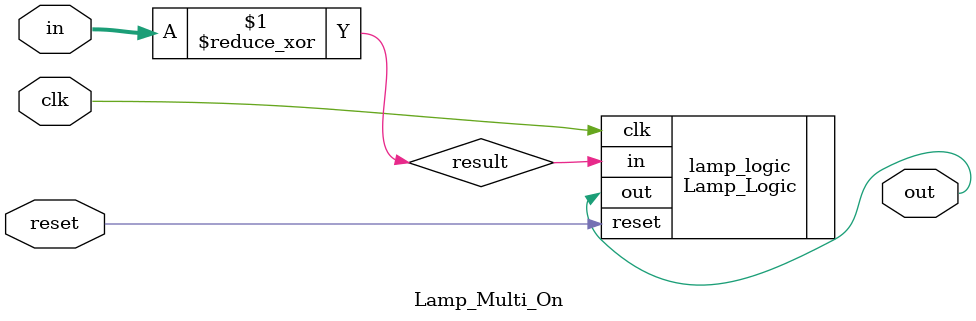
<source format=v>
module Lamp_Multi_On #(
    parameter INPUT_COUNT = 2  
)(
    input wire clk,            
    input wire reset,         
    input wire [INPUT_COUNT-1:0] in,
    output wire out
);
    
    wire result = ^in;

    Lamp_Logic #( .INIT_VALUE(1) ) lamp_logic (
        .clk(clk),
        .reset(reset),
        .in(result),
        .out(out)
    );

endmodule
</source>
